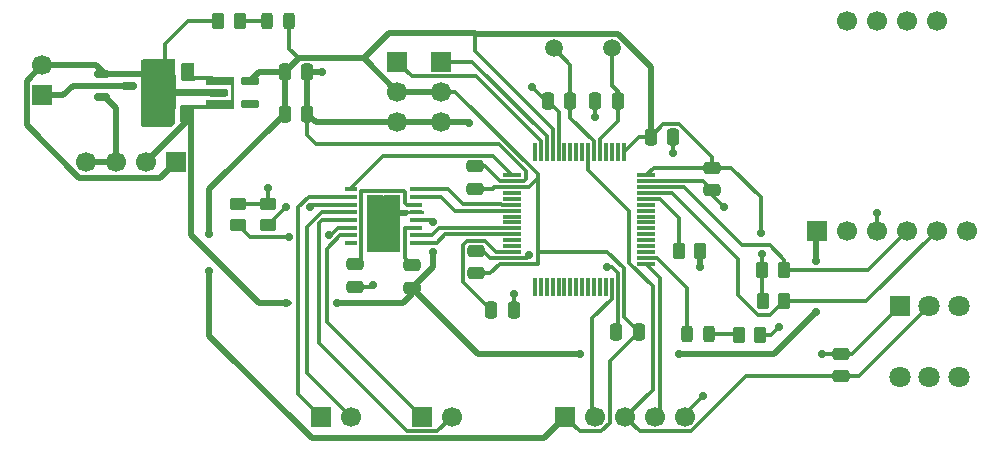
<source format=gbr>
%TF.GenerationSoftware,KiCad,Pcbnew,9.0.2*%
%TF.CreationDate,2025-06-28T14:17:54-05:00*%
%TF.ProjectId,balance_bot,62616c61-6e63-4655-9f62-6f742e6b6963,rev?*%
%TF.SameCoordinates,Original*%
%TF.FileFunction,Copper,L1,Top*%
%TF.FilePolarity,Positive*%
%FSLAX46Y46*%
G04 Gerber Fmt 4.6, Leading zero omitted, Abs format (unit mm)*
G04 Created by KiCad (PCBNEW 9.0.2) date 2025-06-28 14:17:54*
%MOMM*%
%LPD*%
G01*
G04 APERTURE LIST*
G04 Aperture macros list*
%AMRoundRect*
0 Rectangle with rounded corners*
0 $1 Rounding radius*
0 $2 $3 $4 $5 $6 $7 $8 $9 X,Y pos of 4 corners*
0 Add a 4 corners polygon primitive as box body*
4,1,4,$2,$3,$4,$5,$6,$7,$8,$9,$2,$3,0*
0 Add four circle primitives for the rounded corners*
1,1,$1+$1,$2,$3*
1,1,$1+$1,$4,$5*
1,1,$1+$1,$6,$7*
1,1,$1+$1,$8,$9*
0 Add four rect primitives between the rounded corners*
20,1,$1+$1,$2,$3,$4,$5,0*
20,1,$1+$1,$4,$5,$6,$7,0*
20,1,$1+$1,$6,$7,$8,$9,0*
20,1,$1+$1,$8,$9,$2,$3,0*%
G04 Aperture macros list end*
%TA.AperFunction,SMDPad,CuDef*%
%ADD10RoundRect,0.150000X-0.512500X-0.150000X0.512500X-0.150000X0.512500X0.150000X-0.512500X0.150000X0*%
%TD*%
%TA.AperFunction,ComponentPad*%
%ADD11C,1.700000*%
%TD*%
%TA.AperFunction,ComponentPad*%
%ADD12R,1.700000X1.700000*%
%TD*%
%TA.AperFunction,SMDPad,CuDef*%
%ADD13R,1.050000X0.450000*%
%TD*%
%TA.AperFunction,SMDPad,CuDef*%
%ADD14R,1.470000X0.895000*%
%TD*%
%TA.AperFunction,SMDPad,CuDef*%
%ADD15RoundRect,0.250000X0.262500X0.450000X-0.262500X0.450000X-0.262500X-0.450000X0.262500X-0.450000X0*%
%TD*%
%TA.AperFunction,SMDPad,CuDef*%
%ADD16RoundRect,0.250000X0.475000X-0.250000X0.475000X0.250000X-0.475000X0.250000X-0.475000X-0.250000X0*%
%TD*%
%TA.AperFunction,SMDPad,CuDef*%
%ADD17RoundRect,0.250000X-0.250000X-0.475000X0.250000X-0.475000X0.250000X0.475000X-0.250000X0.475000X0*%
%TD*%
%TA.AperFunction,SMDPad,CuDef*%
%ADD18RoundRect,0.250000X0.250000X0.475000X-0.250000X0.475000X-0.250000X-0.475000X0.250000X-0.475000X0*%
%TD*%
%TA.AperFunction,SMDPad,CuDef*%
%ADD19RoundRect,0.250000X0.450000X-0.262500X0.450000X0.262500X-0.450000X0.262500X-0.450000X-0.262500X0*%
%TD*%
%TA.AperFunction,SMDPad,CuDef*%
%ADD20RoundRect,0.162500X-0.617500X-0.162500X0.617500X-0.162500X0.617500X0.162500X-0.617500X0.162500X0*%
%TD*%
%TA.AperFunction,SMDPad,CuDef*%
%ADD21RoundRect,0.250000X-0.262500X-0.450000X0.262500X-0.450000X0.262500X0.450000X-0.262500X0.450000X0*%
%TD*%
%TA.AperFunction,SMDPad,CuDef*%
%ADD22RoundRect,0.250000X-0.475000X0.250000X-0.475000X-0.250000X0.475000X-0.250000X0.475000X0.250000X0*%
%TD*%
%TA.AperFunction,SMDPad,CuDef*%
%ADD23RoundRect,0.243750X-0.243750X-0.456250X0.243750X-0.456250X0.243750X0.456250X-0.243750X0.456250X0*%
%TD*%
%TA.AperFunction,ComponentPad*%
%ADD24R,1.800000X1.800000*%
%TD*%
%TA.AperFunction,ComponentPad*%
%ADD25C,1.800000*%
%TD*%
%TA.AperFunction,SMDPad,CuDef*%
%ADD26RoundRect,0.075000X-0.075000X0.700000X-0.075000X-0.700000X0.075000X-0.700000X0.075000X0.700000X0*%
%TD*%
%TA.AperFunction,SMDPad,CuDef*%
%ADD27RoundRect,0.075000X-0.700000X0.075000X-0.700000X-0.075000X0.700000X-0.075000X0.700000X0.075000X0*%
%TD*%
%TA.AperFunction,ComponentPad*%
%ADD28C,1.500000*%
%TD*%
%TA.AperFunction,SMDPad,CuDef*%
%ADD29RoundRect,0.243750X0.243750X0.456250X-0.243750X0.456250X-0.243750X-0.456250X0.243750X-0.456250X0*%
%TD*%
%TA.AperFunction,ViaPad*%
%ADD30C,0.700000*%
%TD*%
%TA.AperFunction,Conductor*%
%ADD31C,0.300000*%
%TD*%
%TA.AperFunction,Conductor*%
%ADD32C,0.500000*%
%TD*%
G04 APERTURE END LIST*
D10*
%TO.P,Q1,1,D*%
%TO.N,GND*%
X107862500Y-87550000D03*
%TO.P,Q1,2,G*%
%TO.N,/VIN*%
X107862500Y-89450000D03*
%TO.P,Q1,3,S*%
%TO.N,Net-(J4-Pin_1)*%
X110137500Y-88500000D03*
%TD*%
D11*
%TO.P,U2,4,EN*%
%TO.N,/VIN*%
X106460000Y-95000000D03*
%TO.P,U2,3,VIN*%
X109000000Y-95000000D03*
%TO.P,U2,2,5V*%
%TO.N,+5V*%
X111540000Y-95000000D03*
D12*
%TO.P,U2,1,GND*%
%TO.N,GND*%
X114080000Y-95000000D03*
%TD*%
D13*
%TO.P,U4,1,~{SLEEP}*%
%TO.N,/M_NSLEEP*%
X128890000Y-97280000D03*
%TO.P,U4,2,AOUT1*%
%TO.N,Net-(J6-Pin_1)*%
X128890000Y-97930000D03*
%TO.P,U4,3,AISEN*%
%TO.N,Net-(U4-AISEN)*%
X128890000Y-98580000D03*
%TO.P,U4,4,AOUT2*%
%TO.N,Net-(J6-Pin_2)*%
X128890000Y-99230000D03*
%TO.P,U4,5,BOUT2*%
%TO.N,Net-(J5-Pin_2)*%
X128890000Y-99880000D03*
%TO.P,U4,6,BISEN*%
%TO.N,Net-(U4-BISEN)*%
X128890000Y-100530000D03*
%TO.P,U4,7,BOUT1*%
%TO.N,Net-(J5-Pin_1)*%
X128890000Y-101180000D03*
%TO.P,U4,8,~{FAULT}*%
%TO.N,unconnected-(U4-~{FAULT}-Pad8)*%
X128890000Y-101830000D03*
%TO.P,U4,9,BIN1*%
%TO.N,/MR_CHB*%
X134440000Y-101830000D03*
%TO.P,U4,10,BIN2*%
%TO.N,/MR_CHA*%
X134440000Y-101180000D03*
%TO.P,U4,11,VCP*%
%TO.N,Net-(U4-VCP)*%
X134440000Y-100530000D03*
%TO.P,U4,12,VM*%
%TO.N,+5V*%
X134440000Y-99880000D03*
%TO.P,U4,13,GND*%
%TO.N,GND*%
X134440000Y-99230000D03*
%TO.P,U4,14,VINT*%
%TO.N,Net-(U4-VINT)*%
X134440000Y-98580000D03*
%TO.P,U4,15,AIN2*%
%TO.N,/ML_CHB*%
X134440000Y-97930000D03*
%TO.P,U4,16,AIN1*%
%TO.N,/ML_CHA*%
X134440000Y-97280000D03*
D14*
%TO.P,U4,17,GND*%
%TO.N,GND*%
X130930000Y-98212500D03*
X130930000Y-99107500D03*
X130930000Y-100002500D03*
X130930000Y-100897500D03*
X132400000Y-98212500D03*
X132400000Y-99107500D03*
X132400000Y-100002500D03*
X132400000Y-100897500D03*
%TD*%
D12*
%TO.P,J5,1,Pin_1*%
%TO.N,Net-(J5-Pin_1)*%
X134894000Y-116561000D03*
D11*
%TO.P,J5,2,Pin_2*%
%TO.N,Net-(J5-Pin_2)*%
X137434000Y-116561000D03*
%TD*%
D15*
%TO.P,R7,1*%
%TO.N,GND*%
X163576000Y-109601000D03*
%TO.P,R7,2*%
%TO.N,Net-(D2-K)*%
X161751000Y-109601000D03*
%TD*%
D16*
%TO.P,C1,1*%
%TO.N,/NRST*%
X170408600Y-113116400D03*
%TO.P,C1,2*%
%TO.N,GND*%
X170408600Y-111216400D03*
%TD*%
D17*
%TO.P,C13,1*%
%TO.N,+3.3V*%
X123322000Y-87376000D03*
%TO.P,C13,2*%
%TO.N,GND*%
X125222000Y-87376000D03*
%TD*%
D18*
%TO.P,C11,1*%
%TO.N,+5V*%
X115062000Y-87376000D03*
%TO.P,C11,2*%
%TO.N,GND*%
X113162000Y-87376000D03*
%TD*%
D19*
%TO.P,R5,1*%
%TO.N,Net-(U4-BISEN)*%
X119380000Y-100330000D03*
%TO.P,R5,2*%
%TO.N,GND*%
X119380000Y-98505000D03*
%TD*%
D20*
%TO.P,U6,1,VIN*%
%TO.N,+5V*%
X117696000Y-88138000D03*
%TO.P,U6,2,GND*%
%TO.N,GND*%
X117696000Y-89088000D03*
%TO.P,U6,3,EN*%
%TO.N,+5V*%
X117696000Y-90038000D03*
%TO.P,U6,4,NC*%
%TO.N,unconnected-(U6-NC-Pad4)*%
X120396000Y-90038000D03*
%TO.P,U6,5,VOUT*%
%TO.N,+3.3V*%
X120396000Y-88138000D03*
%TD*%
D21*
%TO.P,R3,1*%
%TO.N,+3.3V*%
X163757600Y-104089200D03*
%TO.P,R3,2*%
%TO.N,/I2C1_SDA*%
X165582600Y-104089200D03*
%TD*%
%TO.P,R2,1*%
%TO.N,+3.3V*%
X163781100Y-106756200D03*
%TO.P,R2,2*%
%TO.N,/I2C1_SCL*%
X165606100Y-106756200D03*
%TD*%
D22*
%TO.P,C4,1*%
%TO.N,+3.3V*%
X159500000Y-95440000D03*
%TO.P,C4,2*%
%TO.N,GND*%
X159500000Y-97340000D03*
%TD*%
D23*
%TO.P,D1,1,K*%
%TO.N,Net-(D1-K)*%
X121823000Y-83058000D03*
%TO.P,D1,2,A*%
%TO.N,+3.3V*%
X123698000Y-83058000D03*
%TD*%
D12*
%TO.P,J4,1,Pin_1*%
%TO.N,Net-(J4-Pin_1)*%
X102768400Y-89336800D03*
D11*
%TO.P,J4,2,Pin_2*%
%TO.N,GND*%
X102768400Y-86796800D03*
%TD*%
D18*
%TO.P,C9,1*%
%TO.N,/HSE_OUT*%
X147500000Y-89840000D03*
%TO.P,C9,2*%
%TO.N,GND*%
X145600000Y-89840000D03*
%TD*%
%TO.P,C8,1*%
%TO.N,/HSE_IN*%
X151500000Y-89840000D03*
%TO.P,C8,2*%
%TO.N,GND*%
X149600000Y-89840000D03*
%TD*%
%TO.P,C5,1*%
%TO.N,+3.3V*%
X153263600Y-109397800D03*
%TO.P,C5,2*%
%TO.N,GND*%
X151363600Y-109397800D03*
%TD*%
D19*
%TO.P,R1,1*%
%TO.N,Net-(U4-AISEN)*%
X121920000Y-100330000D03*
%TO.P,R1,2*%
%TO.N,GND*%
X121920000Y-98505000D03*
%TD*%
D12*
%TO.P,J2,1,Pin_1*%
%TO.N,/ENCODER_A*%
X136500000Y-86500000D03*
D11*
%TO.P,J2,2,Pin_2*%
%TO.N,+3.3V*%
X136500000Y-89040000D03*
%TO.P,J2,3,Pin_3*%
%TO.N,GND*%
X136500000Y-91580000D03*
%TD*%
D12*
%TO.P,J6,1,Pin_1*%
%TO.N,Net-(J6-Pin_1)*%
X126394000Y-116561000D03*
D11*
%TO.P,J6,2,Pin_2*%
%TO.N,Net-(J6-Pin_2)*%
X128934000Y-116561000D03*
%TD*%
D24*
%TO.P,SW1,1,1*%
%TO.N,GND*%
X175390800Y-107188000D03*
D25*
%TO.P,SW1,2,2*%
%TO.N,/NRST*%
X177890800Y-107188000D03*
%TO.P,SW1,3*%
%TO.N,N/C*%
X180390800Y-107188000D03*
%TO.P,SW1,4*%
X175390800Y-113188000D03*
%TO.P,SW1,5*%
X177890800Y-113188000D03*
%TO.P,SW1,6*%
X180390800Y-113188000D03*
%TD*%
D22*
%TO.P,C14,1*%
%TO.N,Net-(U4-VINT)*%
X129286000Y-103632000D03*
%TO.P,C14,2*%
%TO.N,GND*%
X129286000Y-105532000D03*
%TD*%
D17*
%TO.P,C12,1*%
%TO.N,+3.3V*%
X123322000Y-90876000D03*
%TO.P,C12,2*%
%TO.N,GND*%
X125222000Y-90876000D03*
%TD*%
D12*
%TO.P,J1,1,Pin_1*%
%TO.N,/ENCODER_B*%
X132842000Y-86500000D03*
D11*
%TO.P,J1,2,Pin_2*%
%TO.N,+3.3V*%
X132842000Y-89040000D03*
%TO.P,J1,3,Pin_3*%
%TO.N,GND*%
X132842000Y-91580000D03*
%TD*%
D17*
%TO.P,C2,1*%
%TO.N,Net-(U1-VCAP1)*%
X140790000Y-107500000D03*
%TO.P,C2,2*%
%TO.N,GND*%
X142690000Y-107500000D03*
%TD*%
D12*
%TO.P,U5,1,VIN*%
%TO.N,+5V*%
X168340000Y-100780000D03*
D11*
%TO.P,U5,2,3VO*%
%TO.N,unconnected-(U5-3VO-Pad2)*%
X170880000Y-100780000D03*
%TO.P,U5,3,GND*%
%TO.N,GND*%
X173420000Y-100780000D03*
%TO.P,U5,4,SDA*%
%TO.N,/I2C1_SDA*%
X175960000Y-100780000D03*
%TO.P,U5,5,SCL*%
%TO.N,/I2C1_SCL*%
X178500000Y-100780000D03*
%TO.P,U5,6,RST*%
%TO.N,unconnected-(U5-RST-Pad6)*%
X181040000Y-100780000D03*
%TO.P,U5,7,INT*%
%TO.N,unconnected-(U5-INT-Pad7)*%
X178500000Y-83000000D03*
%TO.P,U5,8,ADDR*%
%TO.N,unconnected-(U5-ADDR-Pad8)*%
X175960000Y-83000000D03*
%TO.P,U5,9,PS1*%
%TO.N,unconnected-(U5-PS1-Pad9)*%
X173420000Y-83000000D03*
%TO.P,U5,10,PS0*%
%TO.N,unconnected-(U5-PS0-Pad10)*%
X170880000Y-83000000D03*
%TD*%
D17*
%TO.P,C3,1*%
%TO.N,+3.3V*%
X154290000Y-92840000D03*
%TO.P,C3,2*%
%TO.N,GND*%
X156190000Y-92840000D03*
%TD*%
D15*
%TO.P,R6,1*%
%TO.N,Net-(D1-K)*%
X119483500Y-83002000D03*
%TO.P,R6,2*%
%TO.N,GND*%
X117658500Y-83002000D03*
%TD*%
D26*
%TO.P,U1,1,VBAT*%
%TO.N,+3.3V*%
X151990000Y-94165000D03*
%TO.P,U1,2,PC13*%
%TO.N,unconnected-(U1-PC13-Pad2)*%
X151490000Y-94165000D03*
%TO.P,U1,3,PC14*%
%TO.N,unconnected-(U1-PC14-Pad3)*%
X150990000Y-94165000D03*
%TO.P,U1,4,PC15*%
%TO.N,unconnected-(U1-PC15-Pad4)*%
X150490000Y-94165000D03*
%TO.P,U1,5,PH0*%
%TO.N,/HSE_IN*%
X149990000Y-94165000D03*
%TO.P,U1,6,PH1*%
%TO.N,/HSE_OUT*%
X149490000Y-94165000D03*
%TO.P,U1,7,NRST*%
%TO.N,/NRST*%
X148990000Y-94165000D03*
%TO.P,U1,8,PC0*%
%TO.N,unconnected-(U1-PC0-Pad8)*%
X148490000Y-94165000D03*
%TO.P,U1,9,PC1*%
%TO.N,unconnected-(U1-PC1-Pad9)*%
X147990000Y-94165000D03*
%TO.P,U1,10,PC2*%
%TO.N,unconnected-(U1-PC2-Pad10)*%
X147490000Y-94165000D03*
%TO.P,U1,11,PC3*%
%TO.N,unconnected-(U1-PC3-Pad11)*%
X146990000Y-94165000D03*
%TO.P,U1,12,VSSA*%
%TO.N,GND*%
X146490000Y-94165000D03*
%TO.P,U1,13,VREF+*%
%TO.N,+3.3V*%
X145990000Y-94165000D03*
%TO.P,U1,14,PA0*%
%TO.N,/ENCODER_A*%
X145490000Y-94165000D03*
%TO.P,U1,15,PA1*%
%TO.N,/ENCODER_B*%
X144990000Y-94165000D03*
%TO.P,U1,16,PA2*%
%TO.N,unconnected-(U1-PA2-Pad16)*%
X144490000Y-94165000D03*
D27*
%TO.P,U1,17,PA3*%
%TO.N,/M_NSLEEP*%
X142565000Y-96090000D03*
%TO.P,U1,18,VSS*%
%TO.N,GND*%
X142565000Y-96590000D03*
%TO.P,U1,19,VDD*%
%TO.N,+3.3V*%
X142565000Y-97090000D03*
%TO.P,U1,20,PA4*%
%TO.N,unconnected-(U1-PA4-Pad20)*%
X142565000Y-97590000D03*
%TO.P,U1,21,PA5*%
%TO.N,unconnected-(U1-PA5-Pad21)*%
X142565000Y-98090000D03*
%TO.P,U1,22,PA6*%
%TO.N,/ML_CHA*%
X142565000Y-98590000D03*
%TO.P,U1,23,PA7*%
%TO.N,/ML_CHB*%
X142565000Y-99090000D03*
%TO.P,U1,24,PC4*%
%TO.N,unconnected-(U1-PC4-Pad24)*%
X142565000Y-99590000D03*
%TO.P,U1,25,PC5*%
%TO.N,unconnected-(U1-PC5-Pad25)*%
X142565000Y-100090000D03*
%TO.P,U1,26,PB0*%
%TO.N,/MR_CHA*%
X142565000Y-100590000D03*
%TO.P,U1,27,PB1*%
%TO.N,/MR_CHB*%
X142565000Y-101090000D03*
%TO.P,U1,28,PB2*%
%TO.N,unconnected-(U1-PB2-Pad28)*%
X142565000Y-101590000D03*
%TO.P,U1,29,PB10*%
%TO.N,unconnected-(U1-PB10-Pad29)*%
X142565000Y-102090000D03*
%TO.P,U1,30,VCAP1*%
%TO.N,Net-(U1-VCAP1)*%
X142565000Y-102590000D03*
%TO.P,U1,31,VSS*%
%TO.N,GND*%
X142565000Y-103090000D03*
%TO.P,U1,32,VDD*%
%TO.N,+3.3V*%
X142565000Y-103590000D03*
D26*
%TO.P,U1,33,PB12*%
%TO.N,unconnected-(U1-PB12-Pad33)*%
X144490000Y-105515000D03*
%TO.P,U1,34,PB13*%
%TO.N,unconnected-(U1-PB13-Pad34)*%
X144990000Y-105515000D03*
%TO.P,U1,35,PB14*%
%TO.N,unconnected-(U1-PB14-Pad35)*%
X145490000Y-105515000D03*
%TO.P,U1,36,PB15*%
%TO.N,unconnected-(U1-PB15-Pad36)*%
X145990000Y-105515000D03*
%TO.P,U1,37,PC6*%
%TO.N,unconnected-(U1-PC6-Pad37)*%
X146490000Y-105515000D03*
%TO.P,U1,38,PC7*%
%TO.N,unconnected-(U1-PC7-Pad38)*%
X146990000Y-105515000D03*
%TO.P,U1,39,PC8*%
%TO.N,unconnected-(U1-PC8-Pad39)*%
X147490000Y-105515000D03*
%TO.P,U1,40,PC9*%
%TO.N,unconnected-(U1-PC9-Pad40)*%
X147990000Y-105515000D03*
%TO.P,U1,41,PA8*%
%TO.N,unconnected-(U1-PA8-Pad41)*%
X148490000Y-105515000D03*
%TO.P,U1,42,PA9*%
%TO.N,unconnected-(U1-PA9-Pad42)*%
X148990000Y-105515000D03*
%TO.P,U1,43,PA10*%
%TO.N,unconnected-(U1-PA10-Pad43)*%
X149490000Y-105515000D03*
%TO.P,U1,44,PA11*%
%TO.N,unconnected-(U1-PA11-Pad44)*%
X149990000Y-105515000D03*
%TO.P,U1,45,PA12*%
%TO.N,unconnected-(U1-PA12-Pad45)*%
X150490000Y-105515000D03*
%TO.P,U1,46,PA13*%
%TO.N,/SWDIO*%
X150990000Y-105515000D03*
%TO.P,U1,47,VSS*%
%TO.N,GND*%
X151490000Y-105515000D03*
%TO.P,U1,48,VDD*%
%TO.N,+3.3V*%
X151990000Y-105515000D03*
D27*
%TO.P,U1,49,PA14*%
%TO.N,/SWCLK*%
X153915000Y-103590000D03*
%TO.P,U1,50,PA15*%
%TO.N,Net-(D2-A)*%
X153915000Y-103090000D03*
%TO.P,U1,51,PC10*%
%TO.N,unconnected-(U1-PC10-Pad51)*%
X153915000Y-102590000D03*
%TO.P,U1,52,PC11*%
%TO.N,unconnected-(U1-PC11-Pad52)*%
X153915000Y-102090000D03*
%TO.P,U1,53,PC12*%
%TO.N,unconnected-(U1-PC12-Pad53)*%
X153915000Y-101590000D03*
%TO.P,U1,54,PD2*%
%TO.N,unconnected-(U1-PD2-Pad54)*%
X153915000Y-101090000D03*
%TO.P,U1,55,PB3*%
%TO.N,unconnected-(U1-PB3-Pad55)*%
X153915000Y-100590000D03*
%TO.P,U1,56,PB4*%
%TO.N,unconnected-(U1-PB4-Pad56)*%
X153915000Y-100090000D03*
%TO.P,U1,57,PB5*%
%TO.N,unconnected-(U1-PB5-Pad57)*%
X153915000Y-99590000D03*
%TO.P,U1,58,PB6*%
%TO.N,unconnected-(U1-PB6-Pad58)*%
X153915000Y-99090000D03*
%TO.P,U1,59,PB7*%
%TO.N,unconnected-(U1-PB7-Pad59)*%
X153915000Y-98590000D03*
%TO.P,U1,60,BOOT0*%
%TO.N,/BOOT*%
X153915000Y-98090000D03*
%TO.P,U1,61,PB8*%
%TO.N,/I2C1_SCL*%
X153915000Y-97590000D03*
%TO.P,U1,62,PB9*%
%TO.N,/I2C1_SDA*%
X153915000Y-97090000D03*
%TO.P,U1,63,VSS*%
%TO.N,GND*%
X153915000Y-96590000D03*
%TO.P,U1,64,VDD*%
%TO.N,+3.3V*%
X153915000Y-96090000D03*
%TD*%
D28*
%TO.P,Y1,1,1*%
%TO.N,/HSE_IN*%
X151000000Y-85340000D03*
%TO.P,Y1,2,2*%
%TO.N,/HSE_OUT*%
X146120000Y-85340000D03*
%TD*%
D12*
%TO.P,J3,1,Pin_1*%
%TO.N,+3.3V*%
X147066000Y-116586000D03*
D11*
%TO.P,J3,2,Pin_2*%
%TO.N,/SWDIO*%
X149606000Y-116586000D03*
%TO.P,J3,3,Pin_3*%
%TO.N,/NRST*%
X152146000Y-116586000D03*
%TO.P,J3,4,Pin_4*%
%TO.N,/SWCLK*%
X154686000Y-116586000D03*
%TO.P,J3,5,Pin_5*%
%TO.N,GND*%
X157226000Y-116586000D03*
%TD*%
D21*
%TO.P,R4,1*%
%TO.N,/BOOT*%
X156675000Y-102500000D03*
%TO.P,R4,2*%
%TO.N,GND*%
X158500000Y-102500000D03*
%TD*%
D18*
%TO.P,C10,1*%
%TO.N,+5V*%
X115012000Y-90876000D03*
%TO.P,C10,2*%
%TO.N,GND*%
X113112000Y-90876000D03*
%TD*%
D16*
%TO.P,C7,1*%
%TO.N,+3.3V*%
X139446000Y-97216000D03*
%TO.P,C7,2*%
%TO.N,GND*%
X139446000Y-95316000D03*
%TD*%
%TO.P,C6,1*%
%TO.N,+3.3V*%
X139500000Y-104400000D03*
%TO.P,C6,2*%
%TO.N,GND*%
X139500000Y-102500000D03*
%TD*%
%TO.P,C15,1*%
%TO.N,+5V*%
X134112000Y-105598000D03*
%TO.P,C15,2*%
%TO.N,Net-(U4-VCP)*%
X134112000Y-103698000D03*
%TD*%
D29*
%TO.P,D2,1,K*%
%TO.N,Net-(D2-K)*%
X159207200Y-109575600D03*
%TO.P,D2,2,A*%
%TO.N,Net-(D2-A)*%
X157332200Y-109575600D03*
%TD*%
D30*
%TO.N,GND*%
X168808400Y-111226600D03*
X111810800Y-91008200D03*
X111810800Y-89763600D03*
X111810800Y-88519000D03*
X111810800Y-86918800D03*
X173482000Y-99314000D03*
X132334000Y-102108000D03*
X142748000Y-106172000D03*
X121920000Y-97131500D03*
X130810000Y-105410000D03*
X150622000Y-103886000D03*
X144272000Y-88646000D03*
X130810000Y-102108000D03*
X138938000Y-91694000D03*
X144018000Y-102870000D03*
X158750000Y-114808000D03*
X156210000Y-94234000D03*
X158496000Y-103886000D03*
X165176200Y-108915200D03*
X126492000Y-87376000D03*
X160528000Y-98806000D03*
X149606000Y-91186000D03*
%TO.N,+3.3V*%
X116916200Y-104216200D03*
X116916200Y-101092000D03*
X163677600Y-102731800D03*
X163652200Y-100965000D03*
%TO.N,+5V*%
X127762000Y-106934000D03*
X168249600Y-103352600D03*
X156718000Y-111252000D03*
X135890000Y-100076000D03*
X148336000Y-111252000D03*
X135890000Y-102616000D03*
X123444000Y-106934000D03*
X168275000Y-107696000D03*
%TO.N,Net-(U4-AISEN)*%
X123444000Y-98806000D03*
X125476000Y-98806000D03*
%TO.N,Net-(U4-BISEN)*%
X123698000Y-101346000D03*
X127047275Y-101139275D03*
%TD*%
D31*
%TO.N,GND*%
X168818600Y-111216400D02*
X168808400Y-111226600D01*
X170408600Y-111216400D02*
X168818600Y-111216400D01*
D32*
%TO.N,/VIN*%
X109000000Y-90387500D02*
X109000000Y-95000000D01*
X108062500Y-89450000D02*
X109000000Y-90387500D01*
%TO.N,Net-(J4-Pin_1)*%
X104566800Y-89336800D02*
X105403600Y-88500000D01*
X105403600Y-88500000D02*
X109937500Y-88500000D01*
X102768400Y-89336800D02*
X104566800Y-89336800D01*
%TO.N,GND*%
X111810800Y-87550000D02*
X112988000Y-87550000D01*
X112988000Y-87550000D02*
X113162000Y-87376000D01*
X108062500Y-87550000D02*
X111810800Y-87550000D01*
X105921108Y-96301000D02*
X112779000Y-96301000D01*
X101467400Y-91847292D02*
X105921108Y-96301000D01*
X102768400Y-86796800D02*
X101467400Y-88097800D01*
X101467400Y-88097800D02*
X101467400Y-91847292D01*
X112779000Y-96301000D02*
X114080000Y-95000000D01*
X107309300Y-86796800D02*
X108062500Y-87550000D01*
X102768400Y-86796800D02*
X107309300Y-86796800D01*
D31*
%TO.N,/NRST*%
X171962400Y-113116400D02*
X170408600Y-113116400D01*
X162394071Y-113116400D02*
X170408600Y-113116400D01*
X148990000Y-95650000D02*
X148990000Y-94165000D01*
X152146000Y-116586000D02*
X154457400Y-114274600D01*
X157723471Y-117787000D02*
X162394071Y-113116400D01*
X154457400Y-105511934D02*
X152491000Y-103545534D01*
X154457400Y-114274600D02*
X154457400Y-105511934D01*
X152146000Y-116586000D02*
X153347000Y-117787000D01*
X153347000Y-117787000D02*
X157723471Y-117787000D01*
X152491000Y-99151000D02*
X148990000Y-95650000D01*
X177890800Y-107188000D02*
X171962400Y-113116400D01*
X152491000Y-103545534D02*
X152491000Y-99151000D01*
%TO.N,GND*%
X143764000Y-95758000D02*
X141478000Y-93472000D01*
X157226000Y-116332000D02*
X158750000Y-114808000D01*
D32*
X125926000Y-91580000D02*
X125222000Y-90876000D01*
D31*
X145466000Y-89840000D02*
X145600000Y-89840000D01*
X143798000Y-103090000D02*
X144018000Y-102870000D01*
X142690000Y-107500000D02*
X142690000Y-106230000D01*
X146490000Y-90730000D02*
X145600000Y-89840000D01*
D32*
X158500000Y-102500000D02*
X158500000Y-103882000D01*
D31*
X142565000Y-103090000D02*
X143798000Y-103090000D01*
X141548000Y-96590000D02*
X140274000Y-95316000D01*
X144272000Y-88646000D02*
X145466000Y-89840000D01*
X163576000Y-109601000D02*
X164490400Y-109601000D01*
X157226000Y-116586000D02*
X157226000Y-116332000D01*
X151490000Y-109271400D02*
X151363600Y-109397800D01*
X146490000Y-94165000D02*
X146490000Y-90730000D01*
X156190000Y-94214000D02*
X156210000Y-94234000D01*
X153915000Y-96590000D02*
X158750000Y-96590000D01*
X140092000Y-102500000D02*
X139500000Y-102500000D01*
X142565000Y-103090000D02*
X140750000Y-103090000D01*
X125984000Y-93472000D02*
X125222000Y-92710000D01*
D32*
X130864000Y-102054000D02*
X130810000Y-102108000D01*
X125222000Y-87376000D02*
X126492000Y-87376000D01*
D31*
X151490000Y-104390000D02*
X151490000Y-105515000D01*
X129286000Y-105532000D02*
X130688000Y-105532000D01*
X149600000Y-89840000D02*
X149600000Y-91180000D01*
X121920000Y-98505000D02*
X121920000Y-97131500D01*
X175390800Y-107188000D02*
X171362400Y-111216400D01*
X156190000Y-92840000D02*
X156190000Y-94214000D01*
X149600000Y-91180000D02*
X149606000Y-91186000D01*
X140716000Y-103124000D02*
X140092000Y-102500000D01*
X158750000Y-96590000D02*
X159500000Y-97340000D01*
X164490400Y-109601000D02*
X165176200Y-108915200D01*
X173420000Y-99376000D02*
X173482000Y-99314000D01*
D32*
X136500000Y-91580000D02*
X138824000Y-91580000D01*
D31*
X113162000Y-84958000D02*
X113162000Y-87376000D01*
X171362400Y-111216400D02*
X170408600Y-111216400D01*
X143764000Y-96411956D02*
X143764000Y-95758000D01*
X115118000Y-83002000D02*
X113162000Y-84958000D01*
X142565000Y-96590000D02*
X141548000Y-96590000D01*
X117658500Y-83002000D02*
X115118000Y-83002000D01*
X141478000Y-93472000D02*
X125984000Y-93472000D01*
D32*
X158500000Y-103882000D02*
X158496000Y-103886000D01*
D31*
X142690000Y-106230000D02*
X142748000Y-106172000D01*
X125222000Y-92710000D02*
X125222000Y-90876000D01*
D32*
X136500000Y-91580000D02*
X132842000Y-91580000D01*
D31*
X130688000Y-105532000D02*
X130810000Y-105410000D01*
X143585956Y-96590000D02*
X143764000Y-96411956D01*
X173420000Y-100780000D02*
X173420000Y-99376000D01*
X150622000Y-103886000D02*
X150986000Y-103886000D01*
X140750000Y-103090000D02*
X140716000Y-103124000D01*
X150986000Y-103886000D02*
X151490000Y-104390000D01*
X142565000Y-96590000D02*
X143585956Y-96590000D01*
X151490000Y-105515000D02*
X151490000Y-109271400D01*
X159500000Y-97340000D02*
X159500000Y-97778000D01*
D32*
X125222000Y-87376000D02*
X125222000Y-90876000D01*
D31*
X159500000Y-97778000D02*
X160528000Y-98806000D01*
X119380000Y-98505000D02*
X121920000Y-98505000D01*
D32*
X132842000Y-91580000D02*
X125926000Y-91580000D01*
X138824000Y-91580000D02*
X138938000Y-91694000D01*
D31*
X140274000Y-95316000D02*
X139446000Y-95316000D01*
%TO.N,Net-(U1-VCAP1)*%
X138769130Y-101649000D02*
X140284000Y-101649000D01*
X141225000Y-102590000D02*
X142565000Y-102590000D01*
X140790000Y-107500000D02*
X138424000Y-105134000D01*
X138424000Y-105134000D02*
X138424000Y-101994130D01*
X140284000Y-101649000D02*
X141225000Y-102590000D01*
X138424000Y-101994130D02*
X138769130Y-101649000D01*
%TO.N,+3.3V*%
X163677600Y-102731800D02*
X163677600Y-103062000D01*
D32*
X123322000Y-90876000D02*
X116916200Y-97281800D01*
D31*
X148267000Y-117787000D02*
X150103471Y-117787000D01*
X144741733Y-96027213D02*
X137754520Y-89040000D01*
D32*
X130002000Y-86200000D02*
X132128000Y-84074000D01*
D31*
X145990000Y-94165000D02*
X145990000Y-92142000D01*
X156695870Y-91764000D02*
X155366000Y-91764000D01*
X141520000Y-103590000D02*
X142565000Y-103590000D01*
D32*
X124498000Y-86200000D02*
X130002000Y-86200000D01*
D31*
X163652200Y-97967800D02*
X163652200Y-100965000D01*
D32*
X116916200Y-104216200D02*
X116916200Y-109685200D01*
D31*
X140710000Y-104400000D02*
X141520000Y-103590000D01*
X150103471Y-117787000D02*
X150807000Y-117083471D01*
D32*
X121158000Y-87376000D02*
X120396000Y-88138000D01*
D31*
X154290000Y-92840000D02*
X153315000Y-92840000D01*
X137754520Y-89040000D02*
X136500000Y-89040000D01*
X123698000Y-85400000D02*
X124498000Y-86200000D01*
X147066000Y-116586000D02*
X148267000Y-117787000D01*
X140906000Y-97216000D02*
X139446000Y-97216000D01*
D32*
X151497471Y-84139000D02*
X154290000Y-86931529D01*
D31*
X153315000Y-92840000D02*
X151990000Y-94165000D01*
D32*
X139381000Y-84074000D02*
X139446000Y-84139000D01*
D31*
X120650000Y-87884000D02*
X120396000Y-88138000D01*
X144780000Y-96065480D02*
X144741733Y-96027213D01*
D32*
X130002000Y-86200000D02*
X132842000Y-89040000D01*
D31*
X144741733Y-96304267D02*
X143956000Y-97090000D01*
D32*
X116916200Y-109685200D02*
X125594000Y-118363000D01*
X145289000Y-118363000D02*
X147066000Y-116586000D01*
D31*
X142565000Y-97090000D02*
X143956000Y-97090000D01*
X159500000Y-95440000D02*
X159500000Y-94568130D01*
X139446000Y-85598000D02*
X139446000Y-84139000D01*
X150622000Y-102616000D02*
X144780000Y-102616000D01*
D32*
X123322000Y-87376000D02*
X121158000Y-87376000D01*
X116916200Y-97281800D02*
X116916200Y-101092000D01*
D31*
X163757600Y-106732700D02*
X163781100Y-106756200D01*
X151990000Y-108124200D02*
X153263600Y-109397800D01*
X144780000Y-103590000D02*
X144780000Y-102616000D01*
D32*
X139446000Y-84139000D02*
X151497471Y-84139000D01*
X123322000Y-87376000D02*
X124498000Y-86200000D01*
X154290000Y-86931529D02*
X154290000Y-92840000D01*
D31*
X163757600Y-103142000D02*
X163757600Y-104089200D01*
X151990000Y-105515000D02*
X151990000Y-103984000D01*
X159500000Y-94568130D02*
X156695870Y-91764000D01*
X150807000Y-117083471D02*
X150807000Y-111854400D01*
X142565000Y-103590000D02*
X144780000Y-103590000D01*
X144741733Y-96304267D02*
X144741733Y-96027213D01*
X142565000Y-97090000D02*
X141032000Y-97090000D01*
D32*
X123322000Y-90876000D02*
X123322000Y-87376000D01*
D31*
X144780000Y-102616000D02*
X144780000Y-96065480D01*
X163677600Y-103062000D02*
X163757600Y-103142000D01*
D32*
X125594000Y-118363000D02*
X145289000Y-118363000D01*
D31*
X154565000Y-95440000D02*
X153915000Y-96090000D01*
X151990000Y-103984000D02*
X150622000Y-102616000D01*
D32*
X132842000Y-89040000D02*
X136500000Y-89040000D01*
X132128000Y-84074000D02*
X139381000Y-84074000D01*
D31*
X155366000Y-91764000D02*
X154290000Y-92840000D01*
X145990000Y-92142000D02*
X139446000Y-85598000D01*
X159500000Y-95440000D02*
X154565000Y-95440000D01*
X163757600Y-104089200D02*
X163757600Y-106732700D01*
X150807000Y-111854400D02*
X153263600Y-109397800D01*
X151990000Y-105515000D02*
X151990000Y-108124200D01*
X141032000Y-97090000D02*
X140906000Y-97216000D01*
X163652200Y-97967800D02*
X161124400Y-95440000D01*
X139500000Y-104400000D02*
X140710000Y-104400000D01*
X123698000Y-83058000D02*
X123698000Y-85400000D01*
X159647500Y-95587500D02*
X159500000Y-95440000D01*
X161124400Y-95440000D02*
X159500000Y-95440000D01*
%TO.N,/HSE_IN*%
X151000000Y-88500000D02*
X151000000Y-85340000D01*
X149990000Y-94165000D02*
X149990000Y-93010000D01*
X151500000Y-89840000D02*
X151500000Y-89000000D01*
X151500000Y-91500000D02*
X151500000Y-89840000D01*
X149990000Y-93010000D02*
X151500000Y-91500000D01*
X151500000Y-89000000D02*
X151000000Y-88500000D01*
%TO.N,/HSE_OUT*%
X147500000Y-91228520D02*
X147500000Y-89840000D01*
X149490000Y-94165000D02*
X149490000Y-93218520D01*
X147500000Y-89840000D02*
X147500000Y-86720000D01*
X147500000Y-86720000D02*
X146120000Y-85340000D01*
X149490000Y-93218520D02*
X147500000Y-91228520D01*
D32*
%TO.N,+5V*%
X135890000Y-103820000D02*
X134112000Y-105598000D01*
X133350000Y-106934000D02*
X127762000Y-106934000D01*
X168249600Y-100870400D02*
X168340000Y-100780000D01*
X139700000Y-111252000D02*
X139700000Y-111186000D01*
X123444000Y-106934000D02*
X123698000Y-106934000D01*
X134112000Y-105852000D02*
X134259136Y-105852000D01*
X168249600Y-103352600D02*
X168249600Y-100870400D01*
X164719000Y-111252000D02*
X168275000Y-107696000D01*
X115381000Y-101157000D02*
X115381000Y-91245000D01*
X156718000Y-111252000D02*
X164719000Y-111252000D01*
X123444000Y-106934000D02*
X121158000Y-106934000D01*
X148336000Y-111252000D02*
X139700000Y-111252000D01*
D31*
X135691500Y-99877500D02*
X135890000Y-100076000D01*
D32*
X115012000Y-91528000D02*
X115012000Y-90876000D01*
X135890000Y-102616000D02*
X135890000Y-103820000D01*
X134112000Y-105852000D02*
X134340000Y-105852000D01*
X115062000Y-90826000D02*
X115012000Y-90876000D01*
D31*
X134374000Y-99877500D02*
X135691500Y-99877500D01*
D32*
X139700000Y-111186000D02*
X134112000Y-105598000D01*
X121158000Y-106934000D02*
X115381000Y-101157000D01*
X134112000Y-105598000D02*
X134112000Y-106172000D01*
X115381000Y-91245000D02*
X115012000Y-90876000D01*
X111540000Y-95000000D02*
X115012000Y-91528000D01*
X134112000Y-106172000D02*
X133350000Y-106934000D01*
D31*
%TO.N,Net-(U4-VINT)*%
X133638000Y-98580000D02*
X134440000Y-98580000D01*
X133420000Y-97411500D02*
X133498000Y-97489500D01*
X129778000Y-103140000D02*
X129778000Y-97411500D01*
X133498000Y-97489500D02*
X133498000Y-98440000D01*
X129286000Y-103632000D02*
X129778000Y-103140000D01*
X133498000Y-98440000D02*
X133638000Y-98580000D01*
X134300000Y-98651500D02*
X134374000Y-98577500D01*
X129778000Y-97411500D02*
X133420000Y-97411500D01*
%TO.N,Net-(U4-VCP)*%
X133498000Y-100578500D02*
X133498000Y-103084000D01*
X134374000Y-100527500D02*
X133549000Y-100527500D01*
X133498000Y-103084000D02*
X134112000Y-103698000D01*
X133549000Y-100527500D02*
X133498000Y-100578500D01*
%TO.N,Net-(D1-K)*%
X119483500Y-83002000D02*
X121767000Y-83002000D01*
X121767000Y-83002000D02*
X121823000Y-83058000D01*
%TO.N,/ENCODER_A*%
X145490000Y-92801479D02*
X139188521Y-86500000D01*
X145490000Y-94165000D02*
X145490000Y-92801479D01*
X136500000Y-86500000D02*
X139188521Y-86500000D01*
%TO.N,/ENCODER_B*%
X144990000Y-93218000D02*
X139473000Y-87701000D01*
X139473000Y-87701000D02*
X134043000Y-87701000D01*
X144990000Y-94165000D02*
X144990000Y-93218000D01*
X134043000Y-87701000D02*
X132842000Y-86500000D01*
%TO.N,/SWCLK*%
X154686000Y-116586000D02*
X155092400Y-116179600D01*
X155092400Y-116179600D02*
X155092400Y-104767400D01*
X155092400Y-104767400D02*
X153915000Y-103590000D01*
%TO.N,/SWDIO*%
X149359000Y-116339000D02*
X149606000Y-116586000D01*
X149359000Y-108197000D02*
X149359000Y-116339000D01*
X150990000Y-105515000D02*
X150990000Y-106566000D01*
X150990000Y-106566000D02*
X149359000Y-108197000D01*
%TO.N,Net-(J5-Pin_1)*%
X128824000Y-101177500D02*
X127999000Y-101177500D01*
X127999000Y-101177500D02*
X126857000Y-102319500D01*
X126857000Y-102319500D02*
X126857000Y-108524000D01*
X126857000Y-108524000D02*
X134894000Y-116561000D01*
%TO.N,Net-(J5-Pin_2)*%
X128824000Y-99877500D02*
X126492000Y-99877500D01*
X136233000Y-117762000D02*
X137434000Y-116561000D01*
X126238000Y-110307000D02*
X133693000Y-117762000D01*
X133693000Y-117762000D02*
X136233000Y-117762000D01*
X126238000Y-100131500D02*
X126492000Y-99877500D01*
X126238000Y-110307000D02*
X126238000Y-100131500D01*
%TO.N,Net-(J6-Pin_2)*%
X125222000Y-100438980D02*
X125222000Y-112849000D01*
X126433480Y-99227500D02*
X125222000Y-100438980D01*
X125222000Y-112849000D02*
X128934000Y-116561000D01*
X128824000Y-99227500D02*
X126433480Y-99227500D01*
%TO.N,Net-(J6-Pin_1)*%
X124460000Y-98806000D02*
X124460000Y-114627000D01*
X128824000Y-97927500D02*
X125338500Y-97927500D01*
X125338500Y-97927500D02*
X124460000Y-98806000D01*
X124460000Y-114627000D02*
X126394000Y-116561000D01*
%TO.N,Net-(U4-AISEN)*%
X125476000Y-98806000D02*
X125704500Y-98577500D01*
X125704500Y-98577500D02*
X128824000Y-98577500D01*
X121920000Y-100330000D02*
X123444000Y-98806000D01*
%TO.N,/I2C1_SCL*%
X165606100Y-106756200D02*
X172523800Y-106756200D01*
X164412300Y-107950000D02*
X165606100Y-106756200D01*
X153915000Y-97590000D02*
X156090000Y-97590000D01*
X163405530Y-107950000D02*
X161696400Y-106240870D01*
X161696400Y-106240870D02*
X161696400Y-103196400D01*
X156090000Y-97590000D02*
X161696400Y-103196400D01*
X164412300Y-107950000D02*
X163405530Y-107950000D01*
X172523800Y-106756200D02*
X178500000Y-100780000D01*
%TO.N,/I2C1_SDA*%
X175960000Y-100780000D02*
X172650800Y-104089200D01*
X153915000Y-97090000D02*
X157110200Y-97090000D01*
X165582600Y-103251000D02*
X165582600Y-104089200D01*
X172650800Y-104089200D02*
X165582600Y-104089200D01*
X157110200Y-97090000D02*
X162052000Y-102031800D01*
X162052000Y-102031800D02*
X164363400Y-102031800D01*
X164363400Y-102031800D02*
X165582600Y-103251000D01*
%TO.N,/BOOT*%
X153915000Y-98090000D02*
X155090000Y-98090000D01*
X155090000Y-98090000D02*
X156675000Y-99675000D01*
X156675000Y-99675000D02*
X156675000Y-102500000D01*
%TO.N,Net-(U4-BISEN)*%
X120396000Y-101346000D02*
X119380000Y-100330000D01*
X123698000Y-101346000D02*
X120396000Y-101346000D01*
X127111000Y-101235000D02*
X127047275Y-101171275D01*
X127818500Y-100527500D02*
X127111000Y-101235000D01*
X127047275Y-101171275D02*
X127047275Y-101139275D01*
X128824000Y-100527500D02*
X127818500Y-100527500D01*
%TO.N,/MR_CHB*%
X142565000Y-101090000D02*
X141480000Y-101090000D01*
X136170500Y-101827500D02*
X136906000Y-101092000D01*
X141478000Y-101092000D02*
X141683466Y-101092000D01*
X141480000Y-101090000D02*
X141478000Y-101092000D01*
X134374000Y-101827500D02*
X136170500Y-101827500D01*
X136906000Y-101092000D02*
X141478000Y-101092000D01*
X141683466Y-101092000D02*
X141684466Y-101091000D01*
%TO.N,/M_NSLEEP*%
X140940000Y-94465000D02*
X131636500Y-94465000D01*
X142565000Y-96090000D02*
X140940000Y-94465000D01*
X131636500Y-94465000D02*
X128824000Y-97277500D01*
%TO.N,/ML_CHA*%
X142565000Y-98590000D02*
X141685466Y-98590000D01*
X141647466Y-98552000D02*
X141685466Y-98590000D01*
X137155500Y-97277500D02*
X138430000Y-98552000D01*
X134374000Y-97277500D02*
X137155500Y-97277500D01*
X138430000Y-98552000D02*
X141647466Y-98552000D01*
%TO.N,/MR_CHA*%
X136404000Y-100590000D02*
X142565000Y-100590000D01*
X135804500Y-101177500D02*
X136398000Y-100584000D01*
X136398000Y-100584000D02*
X136404000Y-100590000D01*
X134374000Y-101177500D02*
X135804500Y-101177500D01*
%TO.N,/ML_CHB*%
X137698000Y-99090000D02*
X136535500Y-97927500D01*
X142565000Y-99090000D02*
X137698000Y-99090000D01*
X136535500Y-97927500D02*
X134374000Y-97927500D01*
D32*
%TO.N,/VIN*%
X109000000Y-95000000D02*
X106460000Y-95000000D01*
D31*
%TO.N,Net-(D2-A)*%
X157332200Y-105627666D02*
X154794534Y-103090000D01*
X154794534Y-103090000D02*
X153915000Y-103090000D01*
X157332200Y-109575600D02*
X157332200Y-105627666D01*
%TO.N,Net-(D2-K)*%
X159207200Y-109575600D02*
X161725600Y-109575600D01*
X161725600Y-109575600D02*
X161751000Y-109601000D01*
%TD*%
%TA.AperFunction,Conductor*%
%TO.N,GND*%
G36*
X132990539Y-97881685D02*
G01*
X133036294Y-97934489D01*
X133047500Y-97986000D01*
X133047500Y-98499308D01*
X133071712Y-98589672D01*
X133078199Y-98613881D01*
X133078201Y-98613887D01*
X133079387Y-98615941D01*
X133080000Y-98618230D01*
X133081311Y-98621394D01*
X133080894Y-98621566D01*
X133096000Y-98677940D01*
X133096000Y-99060000D01*
X133722406Y-99060000D01*
X133772492Y-99070565D01*
X133845009Y-99102585D01*
X133870135Y-99105500D01*
X135004000Y-99105499D01*
X135012685Y-99108049D01*
X135021647Y-99106761D01*
X135045687Y-99117739D01*
X135071039Y-99125184D01*
X135076966Y-99132024D01*
X135085203Y-99135786D01*
X135099490Y-99158018D01*
X135116794Y-99177987D01*
X135119081Y-99188502D01*
X135122977Y-99194564D01*
X135128000Y-99229499D01*
X135128000Y-99230500D01*
X135108315Y-99297539D01*
X135055511Y-99343294D01*
X135004000Y-99354500D01*
X133870143Y-99354500D01*
X133870117Y-99354502D01*
X133845012Y-99357413D01*
X133845008Y-99357415D01*
X133742235Y-99402793D01*
X133662794Y-99482234D01*
X133657561Y-99494087D01*
X133612475Y-99547463D01*
X133545688Y-99567990D01*
X133544127Y-99568000D01*
X133096000Y-99568000D01*
X133096000Y-100340558D01*
X133080895Y-100396930D01*
X133081312Y-100397103D01*
X133080002Y-100400265D01*
X133079389Y-100402554D01*
X133078204Y-100404606D01*
X133078200Y-100404615D01*
X133071712Y-100428824D01*
X133071713Y-100428825D01*
X133047500Y-100519191D01*
X133047500Y-102492000D01*
X133027815Y-102559039D01*
X132975011Y-102604794D01*
X132923500Y-102616000D01*
X130426000Y-102616000D01*
X130358961Y-102596315D01*
X130313206Y-102543511D01*
X130302000Y-102492000D01*
X130302000Y-97986000D01*
X130321685Y-97918961D01*
X130374489Y-97873206D01*
X130426000Y-97862000D01*
X132923500Y-97862000D01*
X132990539Y-97881685D01*
G37*
%TD.AperFunction*%
%TD*%
%TA.AperFunction,Conductor*%
%TO.N,GND*%
G36*
X113988382Y-86272958D02*
G01*
X114034702Y-86325266D01*
X114046441Y-86375411D01*
X114096800Y-88798399D01*
X114096800Y-88798400D01*
X118365589Y-88773866D01*
X118432739Y-88793165D01*
X118478796Y-88845705D01*
X118490300Y-88897864D01*
X118490300Y-89259455D01*
X118470615Y-89326494D01*
X118417811Y-89372249D01*
X118367009Y-89383453D01*
X116988194Y-89391332D01*
X116970433Y-89389833D01*
X116970394Y-89390128D01*
X116967908Y-89389794D01*
X116967905Y-89389793D01*
X116967901Y-89389793D01*
X116918555Y-89385192D01*
X116918548Y-89385191D01*
X116918539Y-89385191D01*
X116791245Y-89383694D01*
X116747733Y-89386292D01*
X116747727Y-89386293D01*
X116712729Y-89390906D01*
X116709374Y-89391448D01*
X116690308Y-89393033D01*
X114071400Y-89407999D01*
X114071399Y-89408000D01*
X114047699Y-91663707D01*
X114027311Y-91730536D01*
X114011387Y-91750085D01*
X113802974Y-91958498D01*
X113741651Y-91991983D01*
X113716727Y-91994809D01*
X111300680Y-92022755D01*
X111233418Y-92003847D01*
X111187055Y-91951576D01*
X111175247Y-91899312D01*
X111174500Y-91730536D01*
X111150945Y-86407015D01*
X111170333Y-86339890D01*
X111222934Y-86293902D01*
X111273607Y-86282474D01*
X113921135Y-86253995D01*
X113988382Y-86272958D01*
G37*
%TD.AperFunction*%
%TD*%
%TA.AperFunction,Conductor*%
%TO.N,+5V*%
G36*
X115589239Y-86608285D02*
G01*
X115634994Y-86661089D01*
X115646200Y-86712600D01*
X115646200Y-87731600D01*
X118904462Y-87756098D01*
X118971352Y-87776286D01*
X119016708Y-87829432D01*
X119027489Y-87876900D01*
X119041267Y-88411547D01*
X119043759Y-88508235D01*
X119043759Y-88508236D01*
X119045959Y-88593608D01*
X119046000Y-88596802D01*
X119046000Y-90326322D01*
X119026315Y-90393361D01*
X118973511Y-90439116D01*
X118922926Y-90450319D01*
X115646200Y-90474800D01*
X115646200Y-91519200D01*
X115626515Y-91586239D01*
X115573711Y-91631994D01*
X115522200Y-91643200D01*
X114578484Y-91643200D01*
X114511445Y-91623515D01*
X114465690Y-91570711D01*
X114454501Y-91517134D01*
X114475768Y-90241134D01*
X114496567Y-90174431D01*
X114550126Y-90129563D01*
X114599751Y-90119200D01*
X116662200Y-90119200D01*
X116662200Y-89813164D01*
X116664956Y-89803776D01*
X116663678Y-89794074D01*
X116674639Y-89770800D01*
X116681885Y-89746125D01*
X116689278Y-89739718D01*
X116693449Y-89730864D01*
X116715253Y-89717211D01*
X116734689Y-89700370D01*
X116745952Y-89697989D01*
X116752668Y-89693784D01*
X116787651Y-89689173D01*
X116914961Y-89690671D01*
X116954449Y-89697619D01*
X116991451Y-89710567D01*
X116991458Y-89710567D01*
X116991460Y-89710568D01*
X117022724Y-89713500D01*
X117022728Y-89713500D01*
X118369277Y-89713500D01*
X118408065Y-89709863D01*
X118408094Y-89710181D01*
X118425171Y-89708439D01*
X118788508Y-89712714D01*
X118795799Y-89712800D01*
X118795800Y-89712800D01*
X118795800Y-88468200D01*
X118794644Y-88468186D01*
X118382662Y-88463338D01*
X118372570Y-88462808D01*
X118369278Y-88462500D01*
X118369272Y-88462500D01*
X118311994Y-88462500D01*
X118310535Y-88462491D01*
X116759341Y-88444241D01*
X116692538Y-88423770D01*
X116647407Y-88370431D01*
X116636800Y-88320250D01*
X116636800Y-88061800D01*
X114654094Y-88085688D01*
X114586822Y-88066813D01*
X114540434Y-88014564D01*
X114528600Y-87961697D01*
X114528600Y-86712600D01*
X114548285Y-86645561D01*
X114601089Y-86599806D01*
X114652600Y-86588600D01*
X115522200Y-86588600D01*
X115589239Y-86608285D01*
G37*
%TD.AperFunction*%
%TD*%
M02*

</source>
